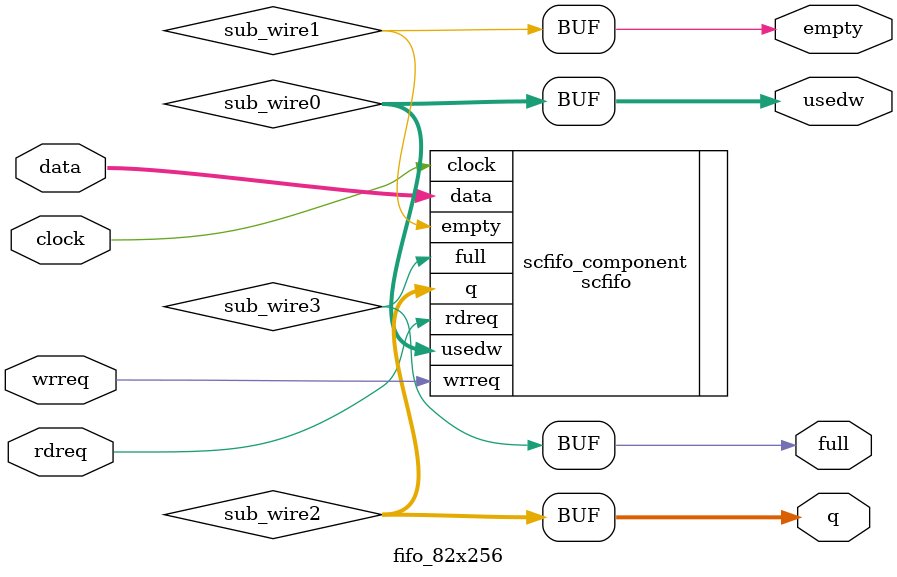
<source format=v>
module fifo_82x256 (
	clock,
	data,
	rdreq,
	wrreq,
	empty,
	full,
	q,
	usedw);
	input	  clock;
	input	[81:0]  data;
	input	  rdreq;
	input	  wrreq;
	output	  empty;
	output	  full;
	output	[81:0]  q;
	output	[7:0]  usedw;
	wire [7:0] sub_wire0;
	wire  sub_wire1;
	wire [81:0] sub_wire2;
	wire  sub_wire3;
	wire [7:0] usedw = sub_wire0[7:0];
	wire  empty = sub_wire1;
	wire [81:0] q = sub_wire2[81:0];
	wire  full = sub_wire3;
	scfifo	scfifo_component (
				.rdreq (rdreq),
				.clock (clock),
				.wrreq (wrreq),
				.data (data),
				.usedw (sub_wire0),
				.empty (sub_wire1),
				.q (sub_wire2),
				.full (sub_wire3)
				// synopsys translate_off
				,
				.aclr (),
				.almost_empty (),
				.almost_full (),
				.sclr ()
				// synopsys translate_on
				);
	defparam
		scfifo_component.add_ram_output_register = "OFF",
		scfifo_component.intended_device_family = "Cyclone III",
		scfifo_component.lpm_numwords = 256,
		scfifo_component.lpm_showahead = "OFF",
		scfifo_component.lpm_type = "scfifo",
		scfifo_component.lpm_width = 82,
		scfifo_component.lpm_widthu = 8,
		scfifo_component.overflow_checking = "ON",
		scfifo_component.underflow_checking = "ON",
		scfifo_component.use_eab = "ON";
endmodule
</source>
